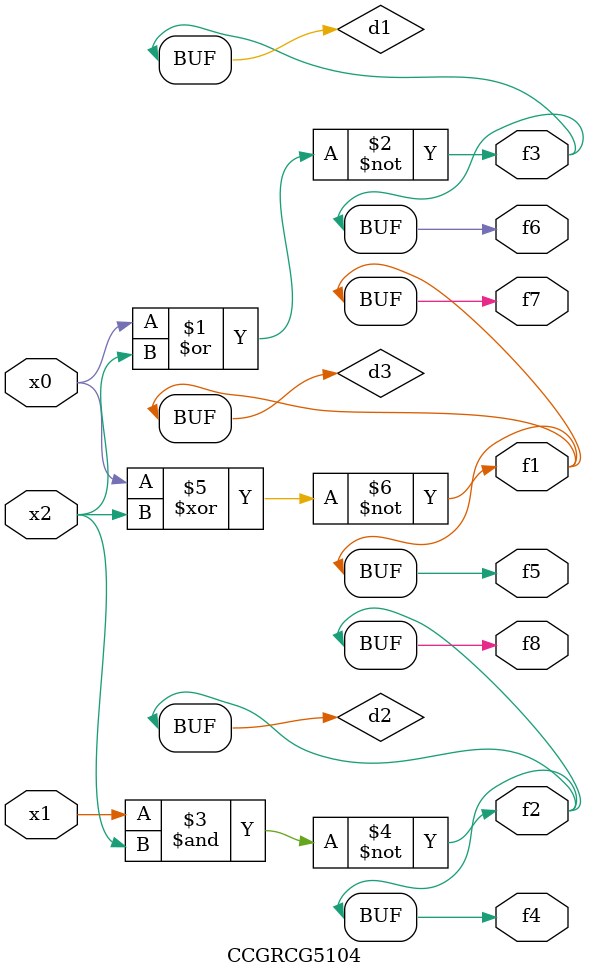
<source format=v>
module CCGRCG5104(
	input x0, x1, x2,
	output f1, f2, f3, f4, f5, f6, f7, f8
);

	wire d1, d2, d3;

	nor (d1, x0, x2);
	nand (d2, x1, x2);
	xnor (d3, x0, x2);
	assign f1 = d3;
	assign f2 = d2;
	assign f3 = d1;
	assign f4 = d2;
	assign f5 = d3;
	assign f6 = d1;
	assign f7 = d3;
	assign f8 = d2;
endmodule

</source>
